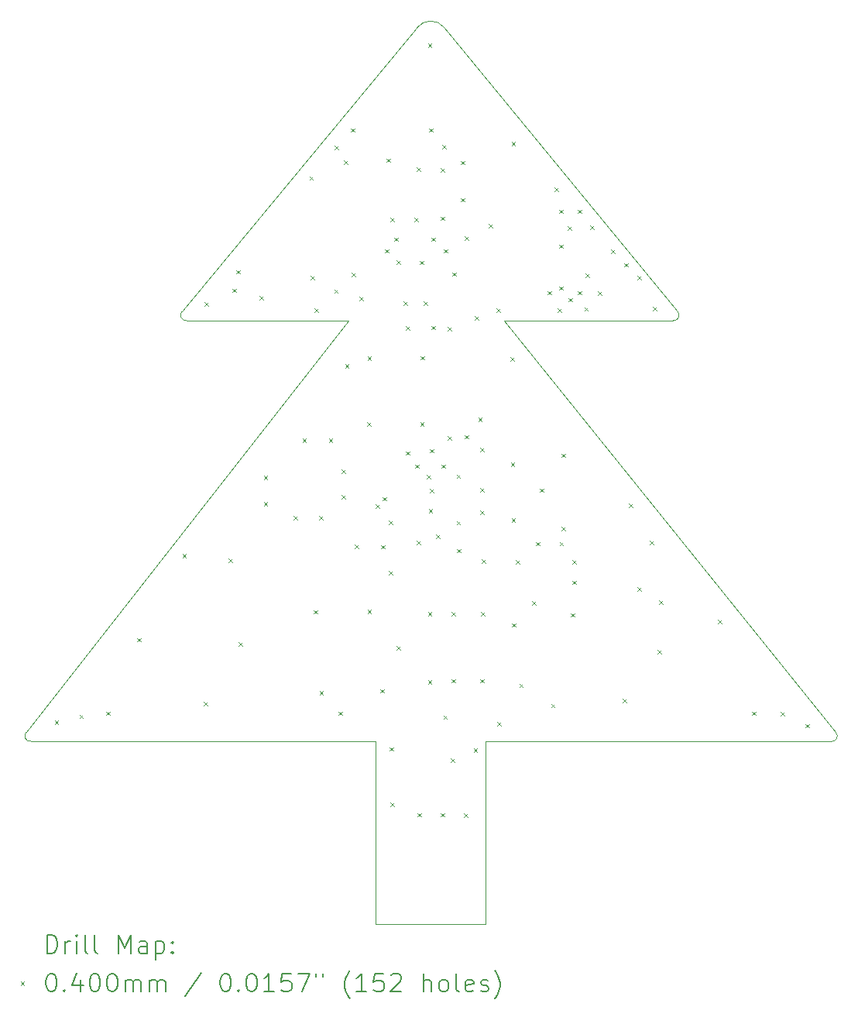
<source format=gbr>
%TF.GenerationSoftware,KiCad,Pcbnew,7.0.2.1-36-g582732918d-dirty-deb11*%
%TF.CreationDate,2024-01-19T17:51:50+00:00*%
%TF.ProjectId,baumsatz,6261756d-7361-4747-9a2e-6b696361645f,rev?*%
%TF.SameCoordinates,Original*%
%TF.FileFunction,Drillmap*%
%TF.FilePolarity,Positive*%
%FSLAX45Y45*%
G04 Gerber Fmt 4.5, Leading zero omitted, Abs format (unit mm)*
G04 Created by KiCad (PCBNEW 7.0.2.1-36-g582732918d-dirty-deb11) date 2024-01-19 17:51:50*
%MOMM*%
%LPD*%
G01*
G04 APERTURE LIST*
%ADD10C,0.100000*%
%ADD11C,0.200000*%
%ADD12C,0.040000*%
G04 APERTURE END LIST*
D10*
X-2668962Y-3400000D02*
X-900000Y-3400000D01*
X4428962Y-7901981D02*
X800000Y-3400000D01*
X150000Y-200000D02*
G75*
G03*
X-150000Y-200000I-150000J-116562D01*
G01*
X-600000Y-10000000D02*
X600000Y-10000000D01*
X-600000Y-8000000D02*
X-600000Y-10000000D01*
X800000Y-3400000D02*
X2650000Y-3400000D01*
X600000Y-8000000D02*
X4378962Y-8001981D01*
X4378962Y-8001981D02*
G75*
G03*
X4428962Y-7901981I8338J58331D01*
G01*
X-2718962Y-3300000D02*
G75*
G03*
X-2668962Y-3400000I41667J-41666D01*
G01*
X2650000Y-3400001D02*
G75*
G03*
X2700000Y-3300000I8333J58334D01*
G01*
X600000Y-10000000D02*
X600000Y-8000000D01*
X-4370778Y-7999889D02*
X-600000Y-8000000D01*
X-150000Y-200000D02*
X-2718962Y-3300000D01*
X-4420778Y-7899889D02*
G75*
G03*
X-4370778Y-7999889I40778J-42111D01*
G01*
X-900000Y-3400000D02*
X-4420778Y-7899889D01*
X2700000Y-3300000D02*
X150000Y-200000D01*
D11*
D12*
X-4110000Y-7775000D02*
X-4070000Y-7815000D01*
X-4070000Y-7775000D02*
X-4110000Y-7815000D01*
X-3840000Y-7710000D02*
X-3800000Y-7750000D01*
X-3800000Y-7710000D02*
X-3840000Y-7750000D01*
X-3550600Y-7676200D02*
X-3510600Y-7716200D01*
X-3510600Y-7676200D02*
X-3550600Y-7716200D01*
X-3210000Y-6870000D02*
X-3170000Y-6910000D01*
X-3170000Y-6870000D02*
X-3210000Y-6910000D01*
X-2715000Y-5955000D02*
X-2675000Y-5995000D01*
X-2675000Y-5955000D02*
X-2715000Y-5995000D01*
X-2480000Y-7570000D02*
X-2440000Y-7610000D01*
X-2440000Y-7570000D02*
X-2480000Y-7610000D01*
X-2470000Y-3200000D02*
X-2430000Y-3240000D01*
X-2430000Y-3200000D02*
X-2470000Y-3240000D01*
X-2210000Y-6000000D02*
X-2170000Y-6040000D01*
X-2170000Y-6000000D02*
X-2210000Y-6040000D01*
X-2168750Y-3053400D02*
X-2128750Y-3093400D01*
X-2128750Y-3053400D02*
X-2168750Y-3093400D01*
X-2125000Y-2850000D02*
X-2085000Y-2890000D01*
X-2085000Y-2850000D02*
X-2125000Y-2890000D01*
X-2100000Y-6920000D02*
X-2060000Y-6960000D01*
X-2060000Y-6920000D02*
X-2100000Y-6960000D01*
X-1874200Y-3131450D02*
X-1834200Y-3171450D01*
X-1834200Y-3131450D02*
X-1874200Y-3171450D01*
X-1825000Y-5098000D02*
X-1785000Y-5138000D01*
X-1785000Y-5098000D02*
X-1825000Y-5138000D01*
X-1825000Y-5386000D02*
X-1785000Y-5426000D01*
X-1785000Y-5386000D02*
X-1825000Y-5426000D01*
X-1500000Y-5540000D02*
X-1460000Y-5580000D01*
X-1460000Y-5540000D02*
X-1500000Y-5580000D01*
X-1401000Y-4691000D02*
X-1361000Y-4731000D01*
X-1361000Y-4691000D02*
X-1401000Y-4731000D01*
X-1325000Y-1825000D02*
X-1285000Y-1865000D01*
X-1285000Y-1825000D02*
X-1325000Y-1865000D01*
X-1310000Y-2910000D02*
X-1270000Y-2950000D01*
X-1270000Y-2910000D02*
X-1310000Y-2950000D01*
X-1280000Y-6565000D02*
X-1240000Y-6605000D01*
X-1240000Y-6565000D02*
X-1280000Y-6605000D01*
X-1270000Y-3270000D02*
X-1230000Y-3310000D01*
X-1230000Y-3270000D02*
X-1270000Y-3310000D01*
X-1219000Y-5540000D02*
X-1179000Y-5580000D01*
X-1179000Y-5540000D02*
X-1219000Y-5580000D01*
X-1215000Y-7450000D02*
X-1175000Y-7490000D01*
X-1175000Y-7450000D02*
X-1215000Y-7490000D01*
X-1114000Y-4690000D02*
X-1074000Y-4730000D01*
X-1074000Y-4690000D02*
X-1114000Y-4730000D01*
X-1054000Y-3061000D02*
X-1014000Y-3101000D01*
X-1014000Y-3061000D02*
X-1054000Y-3101000D01*
X-1048700Y-1491300D02*
X-1008700Y-1531300D01*
X-1008700Y-1491300D02*
X-1048700Y-1531300D01*
X-1010600Y-7676200D02*
X-970600Y-7716200D01*
X-970600Y-7676200D02*
X-1010600Y-7716200D01*
X-977000Y-5310000D02*
X-937000Y-5350000D01*
X-937000Y-5310000D02*
X-977000Y-5350000D01*
X-976000Y-5030000D02*
X-936000Y-5070000D01*
X-936000Y-5030000D02*
X-976000Y-5070000D01*
X-950000Y-1650000D02*
X-910000Y-1690000D01*
X-910000Y-1650000D02*
X-950000Y-1690000D01*
X-935000Y-3875000D02*
X-895000Y-3915000D01*
X-895000Y-3875000D02*
X-935000Y-3915000D01*
X-875000Y-1300000D02*
X-835000Y-1340000D01*
X-835000Y-1300000D02*
X-875000Y-1340000D01*
X-865000Y-2880000D02*
X-825000Y-2920000D01*
X-825000Y-2880000D02*
X-865000Y-2920000D01*
X-830000Y-5850000D02*
X-790000Y-5890000D01*
X-790000Y-5850000D02*
X-830000Y-5890000D01*
X-782000Y-3144250D02*
X-742000Y-3184250D01*
X-742000Y-3144250D02*
X-782000Y-3184250D01*
X-695000Y-4510000D02*
X-655000Y-4550000D01*
X-655000Y-4510000D02*
X-695000Y-4550000D01*
X-690000Y-3795000D02*
X-650000Y-3835000D01*
X-650000Y-3795000D02*
X-690000Y-3835000D01*
X-690000Y-6560000D02*
X-650000Y-6600000D01*
X-650000Y-6560000D02*
X-690000Y-6600000D01*
X-600000Y-5410000D02*
X-560000Y-5450000D01*
X-560000Y-5410000D02*
X-600000Y-5450000D01*
X-550000Y-7430000D02*
X-510000Y-7470000D01*
X-510000Y-7430000D02*
X-550000Y-7470000D01*
X-545000Y-5855000D02*
X-505000Y-5895000D01*
X-505000Y-5855000D02*
X-545000Y-5895000D01*
X-527400Y-5330000D02*
X-487400Y-5370000D01*
X-487400Y-5330000D02*
X-527400Y-5370000D01*
X-502600Y-2621600D02*
X-462600Y-2661600D01*
X-462600Y-2621600D02*
X-502600Y-2661600D01*
X-480000Y-1630000D02*
X-440000Y-1670000D01*
X-440000Y-1630000D02*
X-480000Y-1670000D01*
X-460000Y-5590000D02*
X-420000Y-5630000D01*
X-420000Y-5590000D02*
X-460000Y-5630000D01*
X-460000Y-6140000D02*
X-420000Y-6180000D01*
X-420000Y-6140000D02*
X-460000Y-6180000D01*
X-450000Y-8065000D02*
X-410000Y-8105000D01*
X-410000Y-8065000D02*
X-450000Y-8105000D01*
X-440000Y-2280000D02*
X-400000Y-2320000D01*
X-400000Y-2280000D02*
X-440000Y-2320000D01*
X-440000Y-8670000D02*
X-400000Y-8710000D01*
X-400000Y-8670000D02*
X-440000Y-8710000D01*
X-401000Y-2494600D02*
X-361000Y-2534600D01*
X-361000Y-2494600D02*
X-401000Y-2534600D01*
X-371850Y-2740567D02*
X-331850Y-2780567D01*
X-331850Y-2740567D02*
X-371850Y-2780567D01*
X-370000Y-6960000D02*
X-330000Y-7000000D01*
X-330000Y-6960000D02*
X-370000Y-7000000D01*
X-299400Y-3189200D02*
X-259400Y-3229200D01*
X-259400Y-3189200D02*
X-299400Y-3229200D01*
X-272500Y-4831400D02*
X-232500Y-4871400D01*
X-232500Y-4831400D02*
X-272500Y-4871400D01*
X-270000Y-3465000D02*
X-230000Y-3505000D01*
X-230000Y-3465000D02*
X-270000Y-3505000D01*
X-180000Y-2275000D02*
X-140000Y-2315000D01*
X-140000Y-2275000D02*
X-180000Y-2315000D01*
X-168750Y-4975450D02*
X-128750Y-5015450D01*
X-128750Y-4975450D02*
X-168750Y-5015450D01*
X-150000Y-1730000D02*
X-110000Y-1770000D01*
X-110000Y-1730000D02*
X-150000Y-1770000D01*
X-150000Y-5810000D02*
X-110000Y-5850000D01*
X-110000Y-5810000D02*
X-150000Y-5850000D01*
X-145000Y-8785000D02*
X-105000Y-8825000D01*
X-105000Y-8785000D02*
X-145000Y-8825000D01*
X-121600Y-2748600D02*
X-81600Y-2788600D01*
X-81600Y-2748600D02*
X-121600Y-2788600D01*
X-115000Y-4510000D02*
X-75000Y-4550000D01*
X-75000Y-4510000D02*
X-115000Y-4550000D01*
X-110000Y-3790000D02*
X-70000Y-3830000D01*
X-70000Y-3790000D02*
X-110000Y-3830000D01*
X-79550Y-3189200D02*
X-39550Y-3229200D01*
X-39550Y-3189200D02*
X-79550Y-3229200D01*
X-40000Y-5090000D02*
X0Y-5130000D01*
X0Y-5090000D02*
X-40000Y-5130000D01*
X-30000Y-370000D02*
X10000Y-410000D01*
X10000Y-370000D02*
X-30000Y-410000D01*
X-30000Y-6590000D02*
X10000Y-6630000D01*
X10000Y-6590000D02*
X-30000Y-6630000D01*
X-30000Y-7330000D02*
X10000Y-7370000D01*
X10000Y-7330000D02*
X-30000Y-7370000D01*
X-22105Y-5461918D02*
X17895Y-5501918D01*
X17895Y-5461918D02*
X-22105Y-5501918D01*
X-20000Y-1300000D02*
X20000Y-1340000D01*
X20000Y-1300000D02*
X-20000Y-1340000D01*
X-11553Y-5242217D02*
X28447Y-5282217D01*
X28447Y-5242217D02*
X-11553Y-5282217D01*
X-7300Y-4806000D02*
X32700Y-4846000D01*
X32700Y-4806000D02*
X-7300Y-4846000D01*
X5400Y-2494600D02*
X45400Y-2534600D01*
X45400Y-2494600D02*
X5400Y-2534600D01*
X5400Y-3459800D02*
X45400Y-3499800D01*
X45400Y-3459800D02*
X5400Y-3499800D01*
X56300Y-5737550D02*
X96300Y-5777550D01*
X96300Y-5737550D02*
X56300Y-5777550D01*
X110000Y-1735000D02*
X150000Y-1775000D01*
X150000Y-1735000D02*
X110000Y-1775000D01*
X110000Y-2265000D02*
X150000Y-2305000D01*
X150000Y-2265000D02*
X110000Y-2305000D01*
X110000Y-8785000D02*
X150000Y-8825000D01*
X150000Y-8785000D02*
X110000Y-8825000D01*
X120000Y-4975450D02*
X160000Y-5015450D01*
X160000Y-4975450D02*
X120000Y-5015450D01*
X128750Y-1480000D02*
X168750Y-1520000D01*
X168750Y-1480000D02*
X128750Y-1520000D01*
X140000Y-7717550D02*
X180000Y-7757550D01*
X180000Y-7717550D02*
X140000Y-7757550D01*
X145100Y-2621600D02*
X185100Y-2661600D01*
X185100Y-2621600D02*
X145100Y-2661600D01*
X186950Y-3472500D02*
X226950Y-3512500D01*
X226950Y-3472500D02*
X186950Y-3512500D01*
X186950Y-4662578D02*
X226950Y-4702578D01*
X226950Y-4662578D02*
X186950Y-4702578D01*
X220000Y-8190000D02*
X260000Y-8230000D01*
X260000Y-8190000D02*
X220000Y-8230000D01*
X230000Y-6590000D02*
X270000Y-6630000D01*
X270000Y-6590000D02*
X230000Y-6630000D01*
X230000Y-7320000D02*
X270000Y-7360000D01*
X270000Y-7320000D02*
X230000Y-7360000D01*
X234000Y-2875600D02*
X274000Y-2915600D01*
X274000Y-2875600D02*
X234000Y-2915600D01*
X282497Y-5085400D02*
X322497Y-5125400D01*
X322497Y-5085400D02*
X282497Y-5125400D01*
X282503Y-5593400D02*
X322503Y-5633400D01*
X322503Y-5593400D02*
X282503Y-5633400D01*
X288000Y-5898200D02*
X328000Y-5938200D01*
X328000Y-5898200D02*
X288000Y-5938200D01*
X331750Y-1656400D02*
X371750Y-1696400D01*
X371750Y-1656400D02*
X331750Y-1696400D01*
X331750Y-2062800D02*
X371750Y-2102800D01*
X371750Y-2062800D02*
X331750Y-2102800D01*
X365000Y-8790000D02*
X405000Y-8830000D01*
X405000Y-8790000D02*
X365000Y-8830000D01*
X373382Y-4653282D02*
X413382Y-4693282D01*
X413382Y-4653282D02*
X373382Y-4693282D01*
X373700Y-2481900D02*
X413700Y-2521900D01*
X413700Y-2481900D02*
X373700Y-2521900D01*
X470000Y-8075000D02*
X510000Y-8115000D01*
X510000Y-8075000D02*
X470000Y-8115000D01*
X485000Y-3355000D02*
X525000Y-3395000D01*
X525000Y-3355000D02*
X485000Y-3395000D01*
X520000Y-4460000D02*
X560000Y-4500000D01*
X560000Y-4460000D02*
X520000Y-4500000D01*
X540000Y-4790000D02*
X580000Y-4830000D01*
X580000Y-4790000D02*
X540000Y-4830000D01*
X540000Y-5230000D02*
X580000Y-5270000D01*
X580000Y-5230000D02*
X540000Y-5270000D01*
X540000Y-5480000D02*
X580000Y-5520000D01*
X580000Y-5480000D02*
X540000Y-5520000D01*
X540000Y-7320000D02*
X580000Y-7360000D01*
X580000Y-7320000D02*
X540000Y-7360000D01*
X550000Y-6590000D02*
X590000Y-6630000D01*
X590000Y-6590000D02*
X550000Y-6630000D01*
X556000Y-6014000D02*
X596000Y-6054000D01*
X596000Y-6014000D02*
X556000Y-6054000D01*
X635000Y-2345000D02*
X675000Y-2385000D01*
X675000Y-2345000D02*
X635000Y-2385000D01*
X716600Y-3269300D02*
X756600Y-3309300D01*
X756600Y-3269300D02*
X716600Y-3309300D01*
X730000Y-7790000D02*
X770000Y-7830000D01*
X770000Y-7790000D02*
X730000Y-7830000D01*
X870000Y-3800000D02*
X910000Y-3840000D01*
X910000Y-3800000D02*
X870000Y-3840000D01*
X875000Y-4955000D02*
X915000Y-4995000D01*
X915000Y-4955000D02*
X875000Y-4995000D01*
X885000Y-1450000D02*
X925000Y-1490000D01*
X925000Y-1450000D02*
X885000Y-1490000D01*
X885000Y-5565000D02*
X925000Y-5605000D01*
X925000Y-5565000D02*
X885000Y-5605000D01*
X890000Y-6710000D02*
X930000Y-6750000D01*
X930000Y-6710000D02*
X890000Y-6750000D01*
X928000Y-6017000D02*
X968000Y-6057000D01*
X968000Y-6017000D02*
X928000Y-6057000D01*
X970000Y-7370000D02*
X1010000Y-7410000D01*
X1010000Y-7370000D02*
X970000Y-7410000D01*
X1110300Y-6469700D02*
X1150300Y-6509700D01*
X1150300Y-6469700D02*
X1110300Y-6509700D01*
X1150000Y-5820000D02*
X1190000Y-5860000D01*
X1190000Y-5820000D02*
X1150000Y-5860000D01*
X1190900Y-5237800D02*
X1230900Y-5277800D01*
X1230900Y-5237800D02*
X1190900Y-5277800D01*
X1275400Y-3078800D02*
X1315400Y-3118800D01*
X1315400Y-3078800D02*
X1275400Y-3118800D01*
X1315000Y-7590000D02*
X1355000Y-7630000D01*
X1355000Y-7590000D02*
X1315000Y-7630000D01*
X1355000Y-1945000D02*
X1395000Y-1985000D01*
X1395000Y-1945000D02*
X1355000Y-1985000D01*
X1389700Y-3269300D02*
X1429700Y-3309300D01*
X1429700Y-3269300D02*
X1389700Y-3309300D01*
X1402400Y-3028000D02*
X1442400Y-3068000D01*
X1442400Y-3028000D02*
X1402400Y-3068000D01*
X1405000Y-2189800D02*
X1445000Y-2229800D01*
X1445000Y-2189800D02*
X1405000Y-2229800D01*
X1405000Y-2570800D02*
X1445000Y-2610800D01*
X1445000Y-2570800D02*
X1405000Y-2610800D01*
X1410000Y-5820000D02*
X1450000Y-5860000D01*
X1450000Y-5820000D02*
X1410000Y-5860000D01*
X1427800Y-4856800D02*
X1467800Y-4896800D01*
X1467800Y-4856800D02*
X1427800Y-4896800D01*
X1430000Y-5656900D02*
X1470000Y-5696900D01*
X1470000Y-5656900D02*
X1430000Y-5696900D01*
X1501000Y-2373000D02*
X1541000Y-2413000D01*
X1541000Y-2373000D02*
X1501000Y-2413000D01*
X1504000Y-3155000D02*
X1544000Y-3195000D01*
X1544000Y-3155000D02*
X1504000Y-3195000D01*
X1535000Y-6600000D02*
X1575000Y-6640000D01*
X1575000Y-6600000D02*
X1535000Y-6640000D01*
X1550000Y-6019000D02*
X1590000Y-6059000D01*
X1590000Y-6019000D02*
X1550000Y-6059000D01*
X1550000Y-6245000D02*
X1590000Y-6285000D01*
X1590000Y-6245000D02*
X1550000Y-6285000D01*
X1605600Y-2189800D02*
X1645600Y-2229800D01*
X1645600Y-2189800D02*
X1605600Y-2229800D01*
X1605600Y-3078800D02*
X1645600Y-3118800D01*
X1645600Y-3078800D02*
X1605600Y-3118800D01*
X1680000Y-3255000D02*
X1720000Y-3295000D01*
X1720000Y-3255000D02*
X1680000Y-3295000D01*
X1690000Y-2885000D02*
X1730000Y-2925000D01*
X1730000Y-2885000D02*
X1690000Y-2925000D01*
X1745000Y-2365000D02*
X1785000Y-2405000D01*
X1785000Y-2365000D02*
X1745000Y-2405000D01*
X1831250Y-3080000D02*
X1871250Y-3120000D01*
X1871250Y-3080000D02*
X1831250Y-3120000D01*
X1975000Y-2625000D02*
X2015000Y-2665000D01*
X2015000Y-2625000D02*
X1975000Y-2665000D01*
X2100900Y-7536500D02*
X2140900Y-7576500D01*
X2140900Y-7536500D02*
X2100900Y-7576500D01*
X2113600Y-2774000D02*
X2153600Y-2814000D01*
X2153600Y-2774000D02*
X2113600Y-2814000D01*
X2170000Y-5400000D02*
X2210000Y-5440000D01*
X2210000Y-5400000D02*
X2170000Y-5440000D01*
X2260000Y-2915000D02*
X2300000Y-2955000D01*
X2300000Y-2915000D02*
X2260000Y-2955000D01*
X2260000Y-6315000D02*
X2300000Y-6355000D01*
X2300000Y-6315000D02*
X2260000Y-6355000D01*
X2393000Y-5809300D02*
X2433000Y-5849300D01*
X2433000Y-5809300D02*
X2393000Y-5849300D01*
X2430000Y-3250000D02*
X2470000Y-3290000D01*
X2470000Y-3250000D02*
X2430000Y-3290000D01*
X2481900Y-7003100D02*
X2521900Y-7043100D01*
X2521900Y-7003100D02*
X2481900Y-7043100D01*
X2494600Y-6459600D02*
X2534600Y-6499600D01*
X2534600Y-6459600D02*
X2494600Y-6499600D01*
X3140000Y-6670000D02*
X3180000Y-6710000D01*
X3180000Y-6670000D02*
X3140000Y-6710000D01*
X3510600Y-7676200D02*
X3550600Y-7716200D01*
X3550600Y-7676200D02*
X3510600Y-7716200D01*
X3828750Y-7680000D02*
X3868750Y-7720000D01*
X3868750Y-7680000D02*
X3828750Y-7720000D01*
X4095000Y-7810000D02*
X4135000Y-7850000D01*
X4135000Y-7810000D02*
X4095000Y-7850000D01*
D11*
X-4196000Y-10317524D02*
X-4196000Y-10117524D01*
X-4196000Y-10117524D02*
X-4148381Y-10117524D01*
X-4148381Y-10117524D02*
X-4119809Y-10127048D01*
X-4119809Y-10127048D02*
X-4100762Y-10146095D01*
X-4100762Y-10146095D02*
X-4091238Y-10165143D01*
X-4091238Y-10165143D02*
X-4081714Y-10203238D01*
X-4081714Y-10203238D02*
X-4081714Y-10231810D01*
X-4081714Y-10231810D02*
X-4091238Y-10269905D01*
X-4091238Y-10269905D02*
X-4100762Y-10288952D01*
X-4100762Y-10288952D02*
X-4119809Y-10308000D01*
X-4119809Y-10308000D02*
X-4148381Y-10317524D01*
X-4148381Y-10317524D02*
X-4196000Y-10317524D01*
X-3996000Y-10317524D02*
X-3996000Y-10184190D01*
X-3996000Y-10222286D02*
X-3986476Y-10203238D01*
X-3986476Y-10203238D02*
X-3976952Y-10193714D01*
X-3976952Y-10193714D02*
X-3957905Y-10184190D01*
X-3957905Y-10184190D02*
X-3938857Y-10184190D01*
X-3872190Y-10317524D02*
X-3872190Y-10184190D01*
X-3872190Y-10117524D02*
X-3881714Y-10127048D01*
X-3881714Y-10127048D02*
X-3872190Y-10136571D01*
X-3872190Y-10136571D02*
X-3862667Y-10127048D01*
X-3862667Y-10127048D02*
X-3872190Y-10117524D01*
X-3872190Y-10117524D02*
X-3872190Y-10136571D01*
X-3748381Y-10317524D02*
X-3767428Y-10308000D01*
X-3767428Y-10308000D02*
X-3776952Y-10288952D01*
X-3776952Y-10288952D02*
X-3776952Y-10117524D01*
X-3643619Y-10317524D02*
X-3662667Y-10308000D01*
X-3662667Y-10308000D02*
X-3672190Y-10288952D01*
X-3672190Y-10288952D02*
X-3672190Y-10117524D01*
X-3415047Y-10317524D02*
X-3415047Y-10117524D01*
X-3415047Y-10117524D02*
X-3348381Y-10260381D01*
X-3348381Y-10260381D02*
X-3281714Y-10117524D01*
X-3281714Y-10117524D02*
X-3281714Y-10317524D01*
X-3100762Y-10317524D02*
X-3100762Y-10212762D01*
X-3100762Y-10212762D02*
X-3110286Y-10193714D01*
X-3110286Y-10193714D02*
X-3129333Y-10184190D01*
X-3129333Y-10184190D02*
X-3167428Y-10184190D01*
X-3167428Y-10184190D02*
X-3186476Y-10193714D01*
X-3100762Y-10308000D02*
X-3119809Y-10317524D01*
X-3119809Y-10317524D02*
X-3167428Y-10317524D01*
X-3167428Y-10317524D02*
X-3186476Y-10308000D01*
X-3186476Y-10308000D02*
X-3196000Y-10288952D01*
X-3196000Y-10288952D02*
X-3196000Y-10269905D01*
X-3196000Y-10269905D02*
X-3186476Y-10250857D01*
X-3186476Y-10250857D02*
X-3167428Y-10241333D01*
X-3167428Y-10241333D02*
X-3119809Y-10241333D01*
X-3119809Y-10241333D02*
X-3100762Y-10231810D01*
X-3005524Y-10184190D02*
X-3005524Y-10384190D01*
X-3005524Y-10193714D02*
X-2986476Y-10184190D01*
X-2986476Y-10184190D02*
X-2948381Y-10184190D01*
X-2948381Y-10184190D02*
X-2929333Y-10193714D01*
X-2929333Y-10193714D02*
X-2919809Y-10203238D01*
X-2919809Y-10203238D02*
X-2910286Y-10222286D01*
X-2910286Y-10222286D02*
X-2910286Y-10279429D01*
X-2910286Y-10279429D02*
X-2919809Y-10298476D01*
X-2919809Y-10298476D02*
X-2929333Y-10308000D01*
X-2929333Y-10308000D02*
X-2948381Y-10317524D01*
X-2948381Y-10317524D02*
X-2986476Y-10317524D01*
X-2986476Y-10317524D02*
X-3005524Y-10308000D01*
X-2824571Y-10298476D02*
X-2815047Y-10308000D01*
X-2815047Y-10308000D02*
X-2824571Y-10317524D01*
X-2824571Y-10317524D02*
X-2834095Y-10308000D01*
X-2834095Y-10308000D02*
X-2824571Y-10298476D01*
X-2824571Y-10298476D02*
X-2824571Y-10317524D01*
X-2824571Y-10193714D02*
X-2815047Y-10203238D01*
X-2815047Y-10203238D02*
X-2824571Y-10212762D01*
X-2824571Y-10212762D02*
X-2834095Y-10203238D01*
X-2834095Y-10203238D02*
X-2824571Y-10193714D01*
X-2824571Y-10193714D02*
X-2824571Y-10212762D01*
D12*
X-4483619Y-10625000D02*
X-4443619Y-10665000D01*
X-4443619Y-10625000D02*
X-4483619Y-10665000D01*
D11*
X-4157905Y-10537524D02*
X-4138857Y-10537524D01*
X-4138857Y-10537524D02*
X-4119809Y-10547048D01*
X-4119809Y-10547048D02*
X-4110286Y-10556571D01*
X-4110286Y-10556571D02*
X-4100762Y-10575619D01*
X-4100762Y-10575619D02*
X-4091238Y-10613714D01*
X-4091238Y-10613714D02*
X-4091238Y-10661333D01*
X-4091238Y-10661333D02*
X-4100762Y-10699429D01*
X-4100762Y-10699429D02*
X-4110286Y-10718476D01*
X-4110286Y-10718476D02*
X-4119809Y-10728000D01*
X-4119809Y-10728000D02*
X-4138857Y-10737524D01*
X-4138857Y-10737524D02*
X-4157905Y-10737524D01*
X-4157905Y-10737524D02*
X-4176952Y-10728000D01*
X-4176952Y-10728000D02*
X-4186476Y-10718476D01*
X-4186476Y-10718476D02*
X-4196000Y-10699429D01*
X-4196000Y-10699429D02*
X-4205524Y-10661333D01*
X-4205524Y-10661333D02*
X-4205524Y-10613714D01*
X-4205524Y-10613714D02*
X-4196000Y-10575619D01*
X-4196000Y-10575619D02*
X-4186476Y-10556571D01*
X-4186476Y-10556571D02*
X-4176952Y-10547048D01*
X-4176952Y-10547048D02*
X-4157905Y-10537524D01*
X-4005524Y-10718476D02*
X-3996000Y-10728000D01*
X-3996000Y-10728000D02*
X-4005524Y-10737524D01*
X-4005524Y-10737524D02*
X-4015047Y-10728000D01*
X-4015047Y-10728000D02*
X-4005524Y-10718476D01*
X-4005524Y-10718476D02*
X-4005524Y-10737524D01*
X-3824571Y-10604190D02*
X-3824571Y-10737524D01*
X-3872190Y-10528000D02*
X-3919809Y-10670857D01*
X-3919809Y-10670857D02*
X-3796000Y-10670857D01*
X-3681714Y-10537524D02*
X-3662666Y-10537524D01*
X-3662666Y-10537524D02*
X-3643619Y-10547048D01*
X-3643619Y-10547048D02*
X-3634095Y-10556571D01*
X-3634095Y-10556571D02*
X-3624571Y-10575619D01*
X-3624571Y-10575619D02*
X-3615047Y-10613714D01*
X-3615047Y-10613714D02*
X-3615047Y-10661333D01*
X-3615047Y-10661333D02*
X-3624571Y-10699429D01*
X-3624571Y-10699429D02*
X-3634095Y-10718476D01*
X-3634095Y-10718476D02*
X-3643619Y-10728000D01*
X-3643619Y-10728000D02*
X-3662666Y-10737524D01*
X-3662666Y-10737524D02*
X-3681714Y-10737524D01*
X-3681714Y-10737524D02*
X-3700762Y-10728000D01*
X-3700762Y-10728000D02*
X-3710286Y-10718476D01*
X-3710286Y-10718476D02*
X-3719809Y-10699429D01*
X-3719809Y-10699429D02*
X-3729333Y-10661333D01*
X-3729333Y-10661333D02*
X-3729333Y-10613714D01*
X-3729333Y-10613714D02*
X-3719809Y-10575619D01*
X-3719809Y-10575619D02*
X-3710286Y-10556571D01*
X-3710286Y-10556571D02*
X-3700762Y-10547048D01*
X-3700762Y-10547048D02*
X-3681714Y-10537524D01*
X-3491238Y-10537524D02*
X-3472190Y-10537524D01*
X-3472190Y-10537524D02*
X-3453143Y-10547048D01*
X-3453143Y-10547048D02*
X-3443619Y-10556571D01*
X-3443619Y-10556571D02*
X-3434095Y-10575619D01*
X-3434095Y-10575619D02*
X-3424571Y-10613714D01*
X-3424571Y-10613714D02*
X-3424571Y-10661333D01*
X-3424571Y-10661333D02*
X-3434095Y-10699429D01*
X-3434095Y-10699429D02*
X-3443619Y-10718476D01*
X-3443619Y-10718476D02*
X-3453143Y-10728000D01*
X-3453143Y-10728000D02*
X-3472190Y-10737524D01*
X-3472190Y-10737524D02*
X-3491238Y-10737524D01*
X-3491238Y-10737524D02*
X-3510286Y-10728000D01*
X-3510286Y-10728000D02*
X-3519809Y-10718476D01*
X-3519809Y-10718476D02*
X-3529333Y-10699429D01*
X-3529333Y-10699429D02*
X-3538857Y-10661333D01*
X-3538857Y-10661333D02*
X-3538857Y-10613714D01*
X-3538857Y-10613714D02*
X-3529333Y-10575619D01*
X-3529333Y-10575619D02*
X-3519809Y-10556571D01*
X-3519809Y-10556571D02*
X-3510286Y-10547048D01*
X-3510286Y-10547048D02*
X-3491238Y-10537524D01*
X-3338857Y-10737524D02*
X-3338857Y-10604190D01*
X-3338857Y-10623238D02*
X-3329333Y-10613714D01*
X-3329333Y-10613714D02*
X-3310286Y-10604190D01*
X-3310286Y-10604190D02*
X-3281714Y-10604190D01*
X-3281714Y-10604190D02*
X-3262666Y-10613714D01*
X-3262666Y-10613714D02*
X-3253143Y-10632762D01*
X-3253143Y-10632762D02*
X-3253143Y-10737524D01*
X-3253143Y-10632762D02*
X-3243619Y-10613714D01*
X-3243619Y-10613714D02*
X-3224571Y-10604190D01*
X-3224571Y-10604190D02*
X-3196000Y-10604190D01*
X-3196000Y-10604190D02*
X-3176952Y-10613714D01*
X-3176952Y-10613714D02*
X-3167428Y-10632762D01*
X-3167428Y-10632762D02*
X-3167428Y-10737524D01*
X-3072190Y-10737524D02*
X-3072190Y-10604190D01*
X-3072190Y-10623238D02*
X-3062666Y-10613714D01*
X-3062666Y-10613714D02*
X-3043619Y-10604190D01*
X-3043619Y-10604190D02*
X-3015047Y-10604190D01*
X-3015047Y-10604190D02*
X-2996000Y-10613714D01*
X-2996000Y-10613714D02*
X-2986476Y-10632762D01*
X-2986476Y-10632762D02*
X-2986476Y-10737524D01*
X-2986476Y-10632762D02*
X-2976952Y-10613714D01*
X-2976952Y-10613714D02*
X-2957905Y-10604190D01*
X-2957905Y-10604190D02*
X-2929333Y-10604190D01*
X-2929333Y-10604190D02*
X-2910285Y-10613714D01*
X-2910285Y-10613714D02*
X-2900762Y-10632762D01*
X-2900762Y-10632762D02*
X-2900762Y-10737524D01*
X-2510286Y-10528000D02*
X-2681714Y-10785143D01*
X-2253143Y-10537524D02*
X-2234095Y-10537524D01*
X-2234095Y-10537524D02*
X-2215047Y-10547048D01*
X-2215047Y-10547048D02*
X-2205524Y-10556571D01*
X-2205524Y-10556571D02*
X-2196000Y-10575619D01*
X-2196000Y-10575619D02*
X-2186476Y-10613714D01*
X-2186476Y-10613714D02*
X-2186476Y-10661333D01*
X-2186476Y-10661333D02*
X-2196000Y-10699429D01*
X-2196000Y-10699429D02*
X-2205524Y-10718476D01*
X-2205524Y-10718476D02*
X-2215047Y-10728000D01*
X-2215047Y-10728000D02*
X-2234095Y-10737524D01*
X-2234095Y-10737524D02*
X-2253143Y-10737524D01*
X-2253143Y-10737524D02*
X-2272190Y-10728000D01*
X-2272190Y-10728000D02*
X-2281714Y-10718476D01*
X-2281714Y-10718476D02*
X-2291238Y-10699429D01*
X-2291238Y-10699429D02*
X-2300762Y-10661333D01*
X-2300762Y-10661333D02*
X-2300762Y-10613714D01*
X-2300762Y-10613714D02*
X-2291238Y-10575619D01*
X-2291238Y-10575619D02*
X-2281714Y-10556571D01*
X-2281714Y-10556571D02*
X-2272190Y-10547048D01*
X-2272190Y-10547048D02*
X-2253143Y-10537524D01*
X-2100762Y-10718476D02*
X-2091238Y-10728000D01*
X-2091238Y-10728000D02*
X-2100762Y-10737524D01*
X-2100762Y-10737524D02*
X-2110285Y-10728000D01*
X-2110285Y-10728000D02*
X-2100762Y-10718476D01*
X-2100762Y-10718476D02*
X-2100762Y-10737524D01*
X-1967428Y-10537524D02*
X-1948381Y-10537524D01*
X-1948381Y-10537524D02*
X-1929333Y-10547048D01*
X-1929333Y-10547048D02*
X-1919809Y-10556571D01*
X-1919809Y-10556571D02*
X-1910285Y-10575619D01*
X-1910285Y-10575619D02*
X-1900762Y-10613714D01*
X-1900762Y-10613714D02*
X-1900762Y-10661333D01*
X-1900762Y-10661333D02*
X-1910285Y-10699429D01*
X-1910285Y-10699429D02*
X-1919809Y-10718476D01*
X-1919809Y-10718476D02*
X-1929333Y-10728000D01*
X-1929333Y-10728000D02*
X-1948381Y-10737524D01*
X-1948381Y-10737524D02*
X-1967428Y-10737524D01*
X-1967428Y-10737524D02*
X-1986476Y-10728000D01*
X-1986476Y-10728000D02*
X-1996000Y-10718476D01*
X-1996000Y-10718476D02*
X-2005523Y-10699429D01*
X-2005523Y-10699429D02*
X-2015047Y-10661333D01*
X-2015047Y-10661333D02*
X-2015047Y-10613714D01*
X-2015047Y-10613714D02*
X-2005523Y-10575619D01*
X-2005523Y-10575619D02*
X-1996000Y-10556571D01*
X-1996000Y-10556571D02*
X-1986476Y-10547048D01*
X-1986476Y-10547048D02*
X-1967428Y-10537524D01*
X-1710285Y-10737524D02*
X-1824571Y-10737524D01*
X-1767428Y-10737524D02*
X-1767428Y-10537524D01*
X-1767428Y-10537524D02*
X-1786476Y-10566095D01*
X-1786476Y-10566095D02*
X-1805523Y-10585143D01*
X-1805523Y-10585143D02*
X-1824571Y-10594667D01*
X-1529333Y-10537524D02*
X-1624571Y-10537524D01*
X-1624571Y-10537524D02*
X-1634095Y-10632762D01*
X-1634095Y-10632762D02*
X-1624571Y-10623238D01*
X-1624571Y-10623238D02*
X-1605523Y-10613714D01*
X-1605523Y-10613714D02*
X-1557904Y-10613714D01*
X-1557904Y-10613714D02*
X-1538857Y-10623238D01*
X-1538857Y-10623238D02*
X-1529333Y-10632762D01*
X-1529333Y-10632762D02*
X-1519809Y-10651810D01*
X-1519809Y-10651810D02*
X-1519809Y-10699429D01*
X-1519809Y-10699429D02*
X-1529333Y-10718476D01*
X-1529333Y-10718476D02*
X-1538857Y-10728000D01*
X-1538857Y-10728000D02*
X-1557904Y-10737524D01*
X-1557904Y-10737524D02*
X-1605523Y-10737524D01*
X-1605523Y-10737524D02*
X-1624571Y-10728000D01*
X-1624571Y-10728000D02*
X-1634095Y-10718476D01*
X-1453142Y-10537524D02*
X-1319809Y-10537524D01*
X-1319809Y-10537524D02*
X-1405523Y-10737524D01*
X-1253143Y-10537524D02*
X-1253143Y-10575619D01*
X-1176952Y-10537524D02*
X-1176952Y-10575619D01*
X-881714Y-10813714D02*
X-891238Y-10804190D01*
X-891238Y-10804190D02*
X-910285Y-10775619D01*
X-910285Y-10775619D02*
X-919809Y-10756571D01*
X-919809Y-10756571D02*
X-929333Y-10728000D01*
X-929333Y-10728000D02*
X-938857Y-10680381D01*
X-938857Y-10680381D02*
X-938857Y-10642286D01*
X-938857Y-10642286D02*
X-929333Y-10594667D01*
X-929333Y-10594667D02*
X-919809Y-10566095D01*
X-919809Y-10566095D02*
X-910285Y-10547048D01*
X-910285Y-10547048D02*
X-891238Y-10518476D01*
X-891238Y-10518476D02*
X-881714Y-10508952D01*
X-700761Y-10737524D02*
X-815047Y-10737524D01*
X-757904Y-10737524D02*
X-757904Y-10537524D01*
X-757904Y-10537524D02*
X-776952Y-10566095D01*
X-776952Y-10566095D02*
X-796000Y-10585143D01*
X-796000Y-10585143D02*
X-815047Y-10594667D01*
X-519809Y-10537524D02*
X-615047Y-10537524D01*
X-615047Y-10537524D02*
X-624571Y-10632762D01*
X-624571Y-10632762D02*
X-615047Y-10623238D01*
X-615047Y-10623238D02*
X-596000Y-10613714D01*
X-596000Y-10613714D02*
X-548381Y-10613714D01*
X-548381Y-10613714D02*
X-529333Y-10623238D01*
X-529333Y-10623238D02*
X-519809Y-10632762D01*
X-519809Y-10632762D02*
X-510285Y-10651810D01*
X-510285Y-10651810D02*
X-510285Y-10699429D01*
X-510285Y-10699429D02*
X-519809Y-10718476D01*
X-519809Y-10718476D02*
X-529333Y-10728000D01*
X-529333Y-10728000D02*
X-548381Y-10737524D01*
X-548381Y-10737524D02*
X-596000Y-10737524D01*
X-596000Y-10737524D02*
X-615047Y-10728000D01*
X-615047Y-10728000D02*
X-624571Y-10718476D01*
X-434095Y-10556571D02*
X-424571Y-10547048D01*
X-424571Y-10547048D02*
X-405523Y-10537524D01*
X-405523Y-10537524D02*
X-357904Y-10537524D01*
X-357904Y-10537524D02*
X-338857Y-10547048D01*
X-338857Y-10547048D02*
X-329333Y-10556571D01*
X-329333Y-10556571D02*
X-319809Y-10575619D01*
X-319809Y-10575619D02*
X-319809Y-10594667D01*
X-319809Y-10594667D02*
X-329333Y-10623238D01*
X-329333Y-10623238D02*
X-443619Y-10737524D01*
X-443619Y-10737524D02*
X-319809Y-10737524D01*
X-81714Y-10737524D02*
X-81714Y-10537524D01*
X4000Y-10737524D02*
X4000Y-10632762D01*
X4000Y-10632762D02*
X-5523Y-10613714D01*
X-5523Y-10613714D02*
X-24571Y-10604190D01*
X-24571Y-10604190D02*
X-53142Y-10604190D01*
X-53142Y-10604190D02*
X-72190Y-10613714D01*
X-72190Y-10613714D02*
X-81714Y-10623238D01*
X127810Y-10737524D02*
X108762Y-10728000D01*
X108762Y-10728000D02*
X99238Y-10718476D01*
X99238Y-10718476D02*
X89715Y-10699429D01*
X89715Y-10699429D02*
X89715Y-10642286D01*
X89715Y-10642286D02*
X99238Y-10623238D01*
X99238Y-10623238D02*
X108762Y-10613714D01*
X108762Y-10613714D02*
X127810Y-10604190D01*
X127810Y-10604190D02*
X156381Y-10604190D01*
X156381Y-10604190D02*
X175429Y-10613714D01*
X175429Y-10613714D02*
X184953Y-10623238D01*
X184953Y-10623238D02*
X194477Y-10642286D01*
X194477Y-10642286D02*
X194477Y-10699429D01*
X194477Y-10699429D02*
X184953Y-10718476D01*
X184953Y-10718476D02*
X175429Y-10728000D01*
X175429Y-10728000D02*
X156381Y-10737524D01*
X156381Y-10737524D02*
X127810Y-10737524D01*
X308762Y-10737524D02*
X289715Y-10728000D01*
X289715Y-10728000D02*
X280191Y-10708952D01*
X280191Y-10708952D02*
X280191Y-10537524D01*
X461143Y-10728000D02*
X442096Y-10737524D01*
X442096Y-10737524D02*
X404000Y-10737524D01*
X404000Y-10737524D02*
X384953Y-10728000D01*
X384953Y-10728000D02*
X375429Y-10708952D01*
X375429Y-10708952D02*
X375429Y-10632762D01*
X375429Y-10632762D02*
X384953Y-10613714D01*
X384953Y-10613714D02*
X404000Y-10604190D01*
X404000Y-10604190D02*
X442096Y-10604190D01*
X442096Y-10604190D02*
X461143Y-10613714D01*
X461143Y-10613714D02*
X470667Y-10632762D01*
X470667Y-10632762D02*
X470667Y-10651810D01*
X470667Y-10651810D02*
X375429Y-10670857D01*
X546858Y-10728000D02*
X565905Y-10737524D01*
X565905Y-10737524D02*
X604000Y-10737524D01*
X604000Y-10737524D02*
X623048Y-10728000D01*
X623048Y-10728000D02*
X632572Y-10708952D01*
X632572Y-10708952D02*
X632572Y-10699429D01*
X632572Y-10699429D02*
X623048Y-10680381D01*
X623048Y-10680381D02*
X604000Y-10670857D01*
X604000Y-10670857D02*
X575429Y-10670857D01*
X575429Y-10670857D02*
X556381Y-10661333D01*
X556381Y-10661333D02*
X546858Y-10642286D01*
X546858Y-10642286D02*
X546858Y-10632762D01*
X546858Y-10632762D02*
X556381Y-10613714D01*
X556381Y-10613714D02*
X575429Y-10604190D01*
X575429Y-10604190D02*
X604000Y-10604190D01*
X604000Y-10604190D02*
X623048Y-10613714D01*
X699239Y-10813714D02*
X708762Y-10804190D01*
X708762Y-10804190D02*
X727810Y-10775619D01*
X727810Y-10775619D02*
X737334Y-10756571D01*
X737334Y-10756571D02*
X746858Y-10728000D01*
X746858Y-10728000D02*
X756381Y-10680381D01*
X756381Y-10680381D02*
X756381Y-10642286D01*
X756381Y-10642286D02*
X746858Y-10594667D01*
X746858Y-10594667D02*
X737334Y-10566095D01*
X737334Y-10566095D02*
X727810Y-10547048D01*
X727810Y-10547048D02*
X708762Y-10518476D01*
X708762Y-10518476D02*
X699239Y-10508952D01*
M02*

</source>
